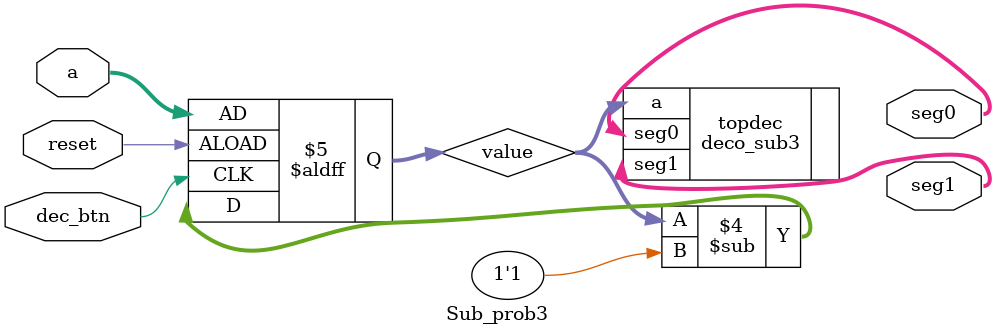
<source format=sv>
module Sub_prob3
    #(parameter N=6)
    (
    input logic [N-1:0] a,
    input logic reset,  // Reset asincrónico
    input logic dec_btn,  // Botón de decremento asincrónico
    output logic [7:0] seg1, seg0
    );

    logic [N-1:0] value;

    // Invertir los botones
    wire reset_n = ~reset;
    wire dec_btn_n_active = ~dec_btn;

    always_ff @(posedge dec_btn_n_active or posedge reset_n) begin
        if (reset_n) 
            value <= a;  
        else  
            value <= value - 1'b1;  // Decrementar en 1 solo en flanco de bajada
    end

    deco_sub3 topdec(
        .a(value),
        .seg0(seg0),
        .seg1(seg1)
    );

endmodule
</source>
